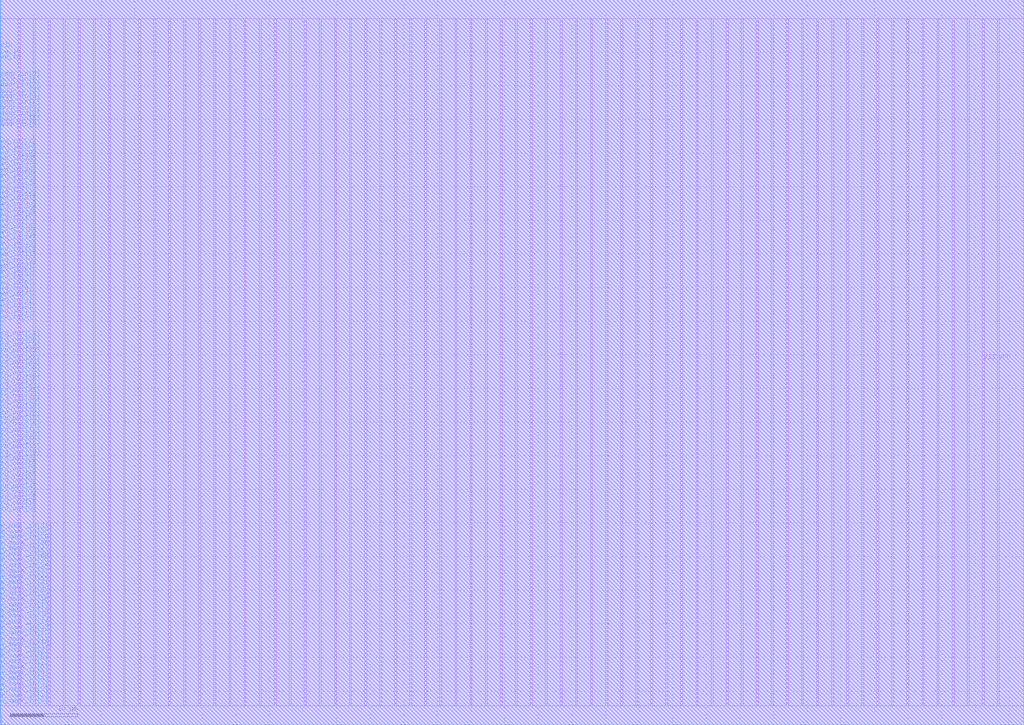
<source format=lef>
VERSION 5.7 ;
BUSBITCHARS "[]" ;
MACRO fakeram45_1024x32_bottom
  FOREIGN fakeram45_1024x32_bottom 0 0 ;
  SYMMETRY X Y R90 ;
  SIZE 0.19 BY 1.4 ;
  CLASS BLOCK ;
  PIN w_mask_in[0]
    DIRECTION INPUT ;
    USE SIGNAL ;
    SHAPE ABUTMENT ;
    PORT
      LAYER metal3 ;
      RECT 0.000 2.800 0.070 2.870 ;
    END
  END w_mask_in[0]
  PIN w_mask_in[1]
    DIRECTION INPUT ;
    USE SIGNAL ;
    SHAPE ABUTMENT ;
    PORT
      LAYER metal3 ;
      RECT 0.000 3.640 0.070 3.710 ;
    END
  END w_mask_in[1]
  PIN w_mask_in[2]
    DIRECTION INPUT ;
    USE SIGNAL ;
    SHAPE ABUTMENT ;
    PORT
      LAYER metal3 ;
      RECT 0.000 4.480 0.070 4.550 ;
    END
  END w_mask_in[2]
  PIN w_mask_in[3]
    DIRECTION INPUT ;
    USE SIGNAL ;
    SHAPE ABUTMENT ;
    PORT
      LAYER metal3 ;
      RECT 0.000 5.320 0.070 5.390 ;
    END
  END w_mask_in[3]
  PIN w_mask_in[4]
    DIRECTION INPUT ;
    USE SIGNAL ;
    SHAPE ABUTMENT ;
    PORT
      LAYER metal3 ;
      RECT 0.000 6.160 0.070 6.230 ;
    END
  END w_mask_in[4]
  PIN w_mask_in[5]
    DIRECTION INPUT ;
    USE SIGNAL ;
    SHAPE ABUTMENT ;
    PORT
      LAYER metal3 ;
      RECT 0.000 7.000 0.070 7.070 ;
    END
  END w_mask_in[5]
  PIN w_mask_in[6]
    DIRECTION INPUT ;
    USE SIGNAL ;
    SHAPE ABUTMENT ;
    PORT
      LAYER metal3 ;
      RECT 0.000 7.840 0.070 7.910 ;
    END
  END w_mask_in[6]
  PIN w_mask_in[7]
    DIRECTION INPUT ;
    USE SIGNAL ;
    SHAPE ABUTMENT ;
    PORT
      LAYER metal3 ;
      RECT 0.000 8.680 0.070 8.750 ;
    END
  END w_mask_in[7]
  PIN w_mask_in[8]
    DIRECTION INPUT ;
    USE SIGNAL ;
    SHAPE ABUTMENT ;
    PORT
      LAYER metal3 ;
      RECT 0.000 9.520 0.070 9.590 ;
    END
  END w_mask_in[8]
  PIN w_mask_in[9]
    DIRECTION INPUT ;
    USE SIGNAL ;
    SHAPE ABUTMENT ;
    PORT
      LAYER metal3 ;
      RECT 0.000 10.360 0.070 10.430 ;
    END
  END w_mask_in[9]
  PIN w_mask_in[10]
    DIRECTION INPUT ;
    USE SIGNAL ;
    SHAPE ABUTMENT ;
    PORT
      LAYER metal3 ;
      RECT 0.000 11.200 0.070 11.270 ;
    END
  END w_mask_in[10]
  PIN w_mask_in[11]
    DIRECTION INPUT ;
    USE SIGNAL ;
    SHAPE ABUTMENT ;
    PORT
      LAYER metal3 ;
      RECT 0.000 12.040 0.070 12.110 ;
    END
  END w_mask_in[11]
  PIN w_mask_in[12]
    DIRECTION INPUT ;
    USE SIGNAL ;
    SHAPE ABUTMENT ;
    PORT
      LAYER metal3 ;
      RECT 0.000 12.880 0.070 12.950 ;
    END
  END w_mask_in[12]
  PIN w_mask_in[13]
    DIRECTION INPUT ;
    USE SIGNAL ;
    SHAPE ABUTMENT ;
    PORT
      LAYER metal3 ;
      RECT 0.000 13.720 0.070 13.790 ;
    END
  END w_mask_in[13]
  PIN w_mask_in[14]
    DIRECTION INPUT ;
    USE SIGNAL ;
    SHAPE ABUTMENT ;
    PORT
      LAYER metal3 ;
      RECT 0.000 14.560 0.070 14.630 ;
    END
  END w_mask_in[14]
  PIN w_mask_in[15]
    DIRECTION INPUT ;
    USE SIGNAL ;
    SHAPE ABUTMENT ;
    PORT
      LAYER metal3 ;
      RECT 0.000 15.400 0.070 15.470 ;
    END
  END w_mask_in[15]
  PIN w_mask_in[16]
    DIRECTION INPUT ;
    USE SIGNAL ;
    SHAPE ABUTMENT ;
    PORT
      LAYER metal3 ;
      RECT 0.000 16.240 0.070 16.310 ;
    END
  END w_mask_in[16]
  PIN w_mask_in[17]
    DIRECTION INPUT ;
    USE SIGNAL ;
    SHAPE ABUTMENT ;
    PORT
      LAYER metal3 ;
      RECT 0.000 17.080 0.070 17.150 ;
    END
  END w_mask_in[17]
  PIN w_mask_in[18]
    DIRECTION INPUT ;
    USE SIGNAL ;
    SHAPE ABUTMENT ;
    PORT
      LAYER metal3 ;
      RECT 0.000 17.920 0.070 17.990 ;
    END
  END w_mask_in[18]
  PIN w_mask_in[19]
    DIRECTION INPUT ;
    USE SIGNAL ;
    SHAPE ABUTMENT ;
    PORT
      LAYER metal3 ;
      RECT 0.000 18.760 0.070 18.830 ;
    END
  END w_mask_in[19]
  PIN w_mask_in[20]
    DIRECTION INPUT ;
    USE SIGNAL ;
    SHAPE ABUTMENT ;
    PORT
      LAYER metal3 ;
      RECT 0.000 19.600 0.070 19.670 ;
    END
  END w_mask_in[20]
  PIN w_mask_in[21]
    DIRECTION INPUT ;
    USE SIGNAL ;
    SHAPE ABUTMENT ;
    PORT
      LAYER metal3 ;
      RECT 0.000 20.440 0.070 20.510 ;
    END
  END w_mask_in[21]
  PIN w_mask_in[22]
    DIRECTION INPUT ;
    USE SIGNAL ;
    SHAPE ABUTMENT ;
    PORT
      LAYER metal3 ;
      RECT 0.000 21.280 0.070 21.350 ;
    END
  END w_mask_in[22]
  PIN w_mask_in[23]
    DIRECTION INPUT ;
    USE SIGNAL ;
    SHAPE ABUTMENT ;
    PORT
      LAYER metal3 ;
      RECT 0.000 22.120 0.070 22.190 ;
    END
  END w_mask_in[23]
  PIN w_mask_in[24]
    DIRECTION INPUT ;
    USE SIGNAL ;
    SHAPE ABUTMENT ;
    PORT
      LAYER metal3 ;
      RECT 0.000 22.960 0.070 23.030 ;
    END
  END w_mask_in[24]
  PIN w_mask_in[25]
    DIRECTION INPUT ;
    USE SIGNAL ;
    SHAPE ABUTMENT ;
    PORT
      LAYER metal3 ;
      RECT 0.000 23.800 0.070 23.870 ;
    END
  END w_mask_in[25]
  PIN w_mask_in[26]
    DIRECTION INPUT ;
    USE SIGNAL ;
    SHAPE ABUTMENT ;
    PORT
      LAYER metal3 ;
      RECT 0.000 24.640 0.070 24.710 ;
    END
  END w_mask_in[26]
  PIN w_mask_in[27]
    DIRECTION INPUT ;
    USE SIGNAL ;
    SHAPE ABUTMENT ;
    PORT
      LAYER metal3 ;
      RECT 0.000 25.480 0.070 25.550 ;
    END
  END w_mask_in[27]
  PIN w_mask_in[28]
    DIRECTION INPUT ;
    USE SIGNAL ;
    SHAPE ABUTMENT ;
    PORT
      LAYER metal3 ;
      RECT 0.000 26.320 0.070 26.390 ;
    END
  END w_mask_in[28]
  PIN w_mask_in[29]
    DIRECTION INPUT ;
    USE SIGNAL ;
    SHAPE ABUTMENT ;
    PORT
      LAYER metal3 ;
      RECT 0.000 27.160 0.070 27.230 ;
    END
  END w_mask_in[29]
  PIN w_mask_in[30]
    DIRECTION INPUT ;
    USE SIGNAL ;
    SHAPE ABUTMENT ;
    PORT
      LAYER metal3 ;
      RECT 0.000 28.000 0.070 28.070 ;
    END
  END w_mask_in[30]
  PIN w_mask_in[31]
    DIRECTION INPUT ;
    USE SIGNAL ;
    SHAPE ABUTMENT ;
    PORT
      LAYER metal3 ;
      RECT 0.000 28.840 0.070 28.910 ;
    END
  END w_mask_in[31]
  PIN rd_out[0]
    DIRECTION OUTPUT ;
    USE SIGNAL ;
    SHAPE ABUTMENT ;
    PORT
      LAYER metal3 ;
      RECT 0.000 31.360 0.070 31.430 ;
    END
  END rd_out[0]
  PIN rd_out[1]
    DIRECTION OUTPUT ;
    USE SIGNAL ;
    SHAPE ABUTMENT ;
    PORT
      LAYER metal3 ;
      RECT 0.000 32.200 0.070 32.270 ;
    END
  END rd_out[1]
  PIN rd_out[2]
    DIRECTION OUTPUT ;
    USE SIGNAL ;
    SHAPE ABUTMENT ;
    PORT
      LAYER metal3 ;
      RECT 0.000 33.040 0.070 33.110 ;
    END
  END rd_out[2]
  PIN rd_out[3]
    DIRECTION OUTPUT ;
    USE SIGNAL ;
    SHAPE ABUTMENT ;
    PORT
      LAYER metal3 ;
      RECT 0.000 33.880 0.070 33.950 ;
    END
  END rd_out[3]
  PIN rd_out[4]
    DIRECTION OUTPUT ;
    USE SIGNAL ;
    SHAPE ABUTMENT ;
    PORT
      LAYER metal3 ;
      RECT 0.000 34.720 0.070 34.790 ;
    END
  END rd_out[4]
  PIN rd_out[5]
    DIRECTION OUTPUT ;
    USE SIGNAL ;
    SHAPE ABUTMENT ;
    PORT
      LAYER metal3 ;
      RECT 0.000 35.560 0.070 35.630 ;
    END
  END rd_out[5]
  PIN rd_out[6]
    DIRECTION OUTPUT ;
    USE SIGNAL ;
    SHAPE ABUTMENT ;
    PORT
      LAYER metal3 ;
      RECT 0.000 36.400 0.070 36.470 ;
    END
  END rd_out[6]
  PIN rd_out[7]
    DIRECTION OUTPUT ;
    USE SIGNAL ;
    SHAPE ABUTMENT ;
    PORT
      LAYER metal3 ;
      RECT 0.000 37.240 0.070 37.310 ;
    END
  END rd_out[7]
  PIN rd_out[8]
    DIRECTION OUTPUT ;
    USE SIGNAL ;
    SHAPE ABUTMENT ;
    PORT
      LAYER metal3 ;
      RECT 0.000 38.080 0.070 38.150 ;
    END
  END rd_out[8]
  PIN rd_out[9]
    DIRECTION OUTPUT ;
    USE SIGNAL ;
    SHAPE ABUTMENT ;
    PORT
      LAYER metal3 ;
      RECT 0.000 38.920 0.070 38.990 ;
    END
  END rd_out[9]
  PIN rd_out[10]
    DIRECTION OUTPUT ;
    USE SIGNAL ;
    SHAPE ABUTMENT ;
    PORT
      LAYER metal3 ;
      RECT 0.000 39.760 0.070 39.830 ;
    END
  END rd_out[10]
  PIN rd_out[11]
    DIRECTION OUTPUT ;
    USE SIGNAL ;
    SHAPE ABUTMENT ;
    PORT
      LAYER metal3 ;
      RECT 0.000 40.600 0.070 40.670 ;
    END
  END rd_out[11]
  PIN rd_out[12]
    DIRECTION OUTPUT ;
    USE SIGNAL ;
    SHAPE ABUTMENT ;
    PORT
      LAYER metal3 ;
      RECT 0.000 41.440 0.070 41.510 ;
    END
  END rd_out[12]
  PIN rd_out[13]
    DIRECTION OUTPUT ;
    USE SIGNAL ;
    SHAPE ABUTMENT ;
    PORT
      LAYER metal3 ;
      RECT 0.000 42.280 0.070 42.350 ;
    END
  END rd_out[13]
  PIN rd_out[14]
    DIRECTION OUTPUT ;
    USE SIGNAL ;
    SHAPE ABUTMENT ;
    PORT
      LAYER metal3 ;
      RECT 0.000 43.120 0.070 43.190 ;
    END
  END rd_out[14]
  PIN rd_out[15]
    DIRECTION OUTPUT ;
    USE SIGNAL ;
    SHAPE ABUTMENT ;
    PORT
      LAYER metal3 ;
      RECT 0.000 43.960 0.070 44.030 ;
    END
  END rd_out[15]
  PIN rd_out[16]
    DIRECTION OUTPUT ;
    USE SIGNAL ;
    SHAPE ABUTMENT ;
    PORT
      LAYER metal3 ;
      RECT 0.000 44.800 0.070 44.870 ;
    END
  END rd_out[16]
  PIN rd_out[17]
    DIRECTION OUTPUT ;
    USE SIGNAL ;
    SHAPE ABUTMENT ;
    PORT
      LAYER metal3 ;
      RECT 0.000 45.640 0.070 45.710 ;
    END
  END rd_out[17]
  PIN rd_out[18]
    DIRECTION OUTPUT ;
    USE SIGNAL ;
    SHAPE ABUTMENT ;
    PORT
      LAYER metal3 ;
      RECT 0.000 46.480 0.070 46.550 ;
    END
  END rd_out[18]
  PIN rd_out[19]
    DIRECTION OUTPUT ;
    USE SIGNAL ;
    SHAPE ABUTMENT ;
    PORT
      LAYER metal3 ;
      RECT 0.000 47.320 0.070 47.390 ;
    END
  END rd_out[19]
  PIN rd_out[20]
    DIRECTION OUTPUT ;
    USE SIGNAL ;
    SHAPE ABUTMENT ;
    PORT
      LAYER metal3 ;
      RECT 0.000 48.160 0.070 48.230 ;
    END
  END rd_out[20]
  PIN rd_out[21]
    DIRECTION OUTPUT ;
    USE SIGNAL ;
    SHAPE ABUTMENT ;
    PORT
      LAYER metal3 ;
      RECT 0.000 49.000 0.070 49.070 ;
    END
  END rd_out[21]
  PIN rd_out[22]
    DIRECTION OUTPUT ;
    USE SIGNAL ;
    SHAPE ABUTMENT ;
    PORT
      LAYER metal3 ;
      RECT 0.000 49.840 0.070 49.910 ;
    END
  END rd_out[22]
  PIN rd_out[23]
    DIRECTION OUTPUT ;
    USE SIGNAL ;
    SHAPE ABUTMENT ;
    PORT
      LAYER metal3 ;
      RECT 0.000 50.680 0.070 50.750 ;
    END
  END rd_out[23]
  PIN rd_out[24]
    DIRECTION OUTPUT ;
    USE SIGNAL ;
    SHAPE ABUTMENT ;
    PORT
      LAYER metal3 ;
      RECT 0.000 51.520 0.070 51.590 ;
    END
  END rd_out[24]
  PIN rd_out[25]
    DIRECTION OUTPUT ;
    USE SIGNAL ;
    SHAPE ABUTMENT ;
    PORT
      LAYER metal3 ;
      RECT 0.000 52.360 0.070 52.430 ;
    END
  END rd_out[25]
  PIN rd_out[26]
    DIRECTION OUTPUT ;
    USE SIGNAL ;
    SHAPE ABUTMENT ;
    PORT
      LAYER metal3 ;
      RECT 0.000 53.200 0.070 53.270 ;
    END
  END rd_out[26]
  PIN rd_out[27]
    DIRECTION OUTPUT ;
    USE SIGNAL ;
    SHAPE ABUTMENT ;
    PORT
      LAYER metal3 ;
      RECT 0.000 54.040 0.070 54.110 ;
    END
  END rd_out[27]
  PIN rd_out[28]
    DIRECTION OUTPUT ;
    USE SIGNAL ;
    SHAPE ABUTMENT ;
    PORT
      LAYER metal3 ;
      RECT 0.000 54.880 0.070 54.950 ;
    END
  END rd_out[28]
  PIN rd_out[29]
    DIRECTION OUTPUT ;
    USE SIGNAL ;
    SHAPE ABUTMENT ;
    PORT
      LAYER metal3 ;
      RECT 0.000 55.720 0.070 55.790 ;
    END
  END rd_out[29]
  PIN rd_out[30]
    DIRECTION OUTPUT ;
    USE SIGNAL ;
    SHAPE ABUTMENT ;
    PORT
      LAYER metal3 ;
      RECT 0.000 56.560 0.070 56.630 ;
    END
  END rd_out[30]
  PIN rd_out[31]
    DIRECTION OUTPUT ;
    USE SIGNAL ;
    SHAPE ABUTMENT ;
    PORT
      LAYER metal3 ;
      RECT 0.000 57.400 0.070 57.470 ;
    END
  END rd_out[31]
  PIN wd_in[0]
    DIRECTION INPUT ;
    USE SIGNAL ;
    SHAPE ABUTMENT ;
    PORT
      LAYER metal3 ;
      RECT 0.000 59.920 0.070 59.990 ;
    END
  END wd_in[0]
  PIN wd_in[1]
    DIRECTION INPUT ;
    USE SIGNAL ;
    SHAPE ABUTMENT ;
    PORT
      LAYER metal3 ;
      RECT 0.000 60.760 0.070 60.830 ;
    END
  END wd_in[1]
  PIN wd_in[2]
    DIRECTION INPUT ;
    USE SIGNAL ;
    SHAPE ABUTMENT ;
    PORT
      LAYER metal3 ;
      RECT 0.000 61.600 0.070 61.670 ;
    END
  END wd_in[2]
  PIN wd_in[3]
    DIRECTION INPUT ;
    USE SIGNAL ;
    SHAPE ABUTMENT ;
    PORT
      LAYER metal3 ;
      RECT 0.000 62.440 0.070 62.510 ;
    END
  END wd_in[3]
  PIN wd_in[4]
    DIRECTION INPUT ;
    USE SIGNAL ;
    SHAPE ABUTMENT ;
    PORT
      LAYER metal3 ;
      RECT 0.000 63.280 0.070 63.350 ;
    END
  END wd_in[4]
  PIN wd_in[5]
    DIRECTION INPUT ;
    USE SIGNAL ;
    SHAPE ABUTMENT ;
    PORT
      LAYER metal3 ;
      RECT 0.000 64.120 0.070 64.190 ;
    END
  END wd_in[5]
  PIN wd_in[6]
    DIRECTION INPUT ;
    USE SIGNAL ;
    SHAPE ABUTMENT ;
    PORT
      LAYER metal3 ;
      RECT 0.000 64.960 0.070 65.030 ;
    END
  END wd_in[6]
  PIN wd_in[7]
    DIRECTION INPUT ;
    USE SIGNAL ;
    SHAPE ABUTMENT ;
    PORT
      LAYER metal3 ;
      RECT 0.000 65.800 0.070 65.870 ;
    END
  END wd_in[7]
  PIN wd_in[8]
    DIRECTION INPUT ;
    USE SIGNAL ;
    SHAPE ABUTMENT ;
    PORT
      LAYER metal3 ;
      RECT 0.000 66.640 0.070 66.710 ;
    END
  END wd_in[8]
  PIN wd_in[9]
    DIRECTION INPUT ;
    USE SIGNAL ;
    SHAPE ABUTMENT ;
    PORT
      LAYER metal3 ;
      RECT 0.000 67.480 0.070 67.550 ;
    END
  END wd_in[9]
  PIN wd_in[10]
    DIRECTION INPUT ;
    USE SIGNAL ;
    SHAPE ABUTMENT ;
    PORT
      LAYER metal3 ;
      RECT 0.000 68.320 0.070 68.390 ;
    END
  END wd_in[10]
  PIN wd_in[11]
    DIRECTION INPUT ;
    USE SIGNAL ;
    SHAPE ABUTMENT ;
    PORT
      LAYER metal3 ;
      RECT 0.000 69.160 0.070 69.230 ;
    END
  END wd_in[11]
  PIN wd_in[12]
    DIRECTION INPUT ;
    USE SIGNAL ;
    SHAPE ABUTMENT ;
    PORT
      LAYER metal3 ;
      RECT 0.000 70.000 0.070 70.070 ;
    END
  END wd_in[12]
  PIN wd_in[13]
    DIRECTION INPUT ;
    USE SIGNAL ;
    SHAPE ABUTMENT ;
    PORT
      LAYER metal3 ;
      RECT 0.000 70.840 0.070 70.910 ;
    END
  END wd_in[13]
  PIN wd_in[14]
    DIRECTION INPUT ;
    USE SIGNAL ;
    SHAPE ABUTMENT ;
    PORT
      LAYER metal3 ;
      RECT 0.000 71.680 0.070 71.750 ;
    END
  END wd_in[14]
  PIN wd_in[15]
    DIRECTION INPUT ;
    USE SIGNAL ;
    SHAPE ABUTMENT ;
    PORT
      LAYER metal3 ;
      RECT 0.000 72.520 0.070 72.590 ;
    END
  END wd_in[15]
  PIN wd_in[16]
    DIRECTION INPUT ;
    USE SIGNAL ;
    SHAPE ABUTMENT ;
    PORT
      LAYER metal3 ;
      RECT 0.000 73.360 0.070 73.430 ;
    END
  END wd_in[16]
  PIN wd_in[17]
    DIRECTION INPUT ;
    USE SIGNAL ;
    SHAPE ABUTMENT ;
    PORT
      LAYER metal3 ;
      RECT 0.000 74.200 0.070 74.270 ;
    END
  END wd_in[17]
  PIN wd_in[18]
    DIRECTION INPUT ;
    USE SIGNAL ;
    SHAPE ABUTMENT ;
    PORT
      LAYER metal3 ;
      RECT 0.000 75.040 0.070 75.110 ;
    END
  END wd_in[18]
  PIN wd_in[19]
    DIRECTION INPUT ;
    USE SIGNAL ;
    SHAPE ABUTMENT ;
    PORT
      LAYER metal3 ;
      RECT 0.000 75.880 0.070 75.950 ;
    END
  END wd_in[19]
  PIN wd_in[20]
    DIRECTION INPUT ;
    USE SIGNAL ;
    SHAPE ABUTMENT ;
    PORT
      LAYER metal3 ;
      RECT 0.000 76.720 0.070 76.790 ;
    END
  END wd_in[20]
  PIN wd_in[21]
    DIRECTION INPUT ;
    USE SIGNAL ;
    SHAPE ABUTMENT ;
    PORT
      LAYER metal3 ;
      RECT 0.000 77.560 0.070 77.630 ;
    END
  END wd_in[21]
  PIN wd_in[22]
    DIRECTION INPUT ;
    USE SIGNAL ;
    SHAPE ABUTMENT ;
    PORT
      LAYER metal3 ;
      RECT 0.000 78.400 0.070 78.470 ;
    END
  END wd_in[22]
  PIN wd_in[23]
    DIRECTION INPUT ;
    USE SIGNAL ;
    SHAPE ABUTMENT ;
    PORT
      LAYER metal3 ;
      RECT 0.000 79.240 0.070 79.310 ;
    END
  END wd_in[23]
  PIN wd_in[24]
    DIRECTION INPUT ;
    USE SIGNAL ;
    SHAPE ABUTMENT ;
    PORT
      LAYER metal3 ;
      RECT 0.000 80.080 0.070 80.150 ;
    END
  END wd_in[24]
  PIN wd_in[25]
    DIRECTION INPUT ;
    USE SIGNAL ;
    SHAPE ABUTMENT ;
    PORT
      LAYER metal3 ;
      RECT 0.000 80.920 0.070 80.990 ;
    END
  END wd_in[25]
  PIN wd_in[26]
    DIRECTION INPUT ;
    USE SIGNAL ;
    SHAPE ABUTMENT ;
    PORT
      LAYER metal3 ;
      RECT 0.000 81.760 0.070 81.830 ;
    END
  END wd_in[26]
  PIN wd_in[27]
    DIRECTION INPUT ;
    USE SIGNAL ;
    SHAPE ABUTMENT ;
    PORT
      LAYER metal3 ;
      RECT 0.000 82.600 0.070 82.670 ;
    END
  END wd_in[27]
  PIN wd_in[28]
    DIRECTION INPUT ;
    USE SIGNAL ;
    SHAPE ABUTMENT ;
    PORT
      LAYER metal3 ;
      RECT 0.000 83.440 0.070 83.510 ;
    END
  END wd_in[28]
  PIN wd_in[29]
    DIRECTION INPUT ;
    USE SIGNAL ;
    SHAPE ABUTMENT ;
    PORT
      LAYER metal3 ;
      RECT 0.000 84.280 0.070 84.350 ;
    END
  END wd_in[29]
  PIN wd_in[30]
    DIRECTION INPUT ;
    USE SIGNAL ;
    SHAPE ABUTMENT ;
    PORT
      LAYER metal3 ;
      RECT 0.000 85.120 0.070 85.190 ;
    END
  END wd_in[30]
  PIN wd_in[31]
    DIRECTION INPUT ;
    USE SIGNAL ;
    SHAPE ABUTMENT ;
    PORT
      LAYER metal3 ;
      RECT 0.000 85.960 0.070 86.030 ;
    END
  END wd_in[31]
  PIN addr_in[0]
    DIRECTION INPUT ;
    USE SIGNAL ;
    SHAPE ABUTMENT ;
    PORT
      LAYER metal3 ;
      RECT 0.000 88.480 0.070 88.550 ;
    END
  END addr_in[0]
  PIN addr_in[1]
    DIRECTION INPUT ;
    USE SIGNAL ;
    SHAPE ABUTMENT ;
    PORT
      LAYER metal3 ;
      RECT 0.000 89.320 0.070 89.390 ;
    END
  END addr_in[1]
  PIN addr_in[2]
    DIRECTION INPUT ;
    USE SIGNAL ;
    SHAPE ABUTMENT ;
    PORT
      LAYER metal3 ;
      RECT 0.000 90.160 0.070 90.230 ;
    END
  END addr_in[2]
  PIN addr_in[3]
    DIRECTION INPUT ;
    USE SIGNAL ;
    SHAPE ABUTMENT ;
    PORT
      LAYER metal3 ;
      RECT 0.000 91.000 0.070 91.070 ;
    END
  END addr_in[3]
  PIN addr_in[4]
    DIRECTION INPUT ;
    USE SIGNAL ;
    SHAPE ABUTMENT ;
    PORT
      LAYER metal3 ;
      RECT 0.000 91.840 0.070 91.910 ;
    END
  END addr_in[4]
  PIN addr_in[5]
    DIRECTION INPUT ;
    USE SIGNAL ;
    SHAPE ABUTMENT ;
    PORT
      LAYER metal3 ;
      RECT 0.000 92.680 0.070 92.750 ;
    END
  END addr_in[5]
  PIN addr_in[6]
    DIRECTION INPUT ;
    USE SIGNAL ;
    SHAPE ABUTMENT ;
    PORT
      LAYER metal3 ;
      RECT 0.000 93.520 0.070 93.590 ;
    END
  END addr_in[6]
  PIN addr_in[7]
    DIRECTION INPUT ;
    USE SIGNAL ;
    SHAPE ABUTMENT ;
    PORT
      LAYER metal3 ;
      RECT 0.000 94.360 0.070 94.430 ;
    END
  END addr_in[7]
  PIN addr_in[8]
    DIRECTION INPUT ;
    USE SIGNAL ;
    SHAPE ABUTMENT ;
    PORT
      LAYER metal3 ;
      RECT 0.000 95.200 0.070 95.270 ;
    END
  END addr_in[8]
  PIN addr_in[9]
    DIRECTION INPUT ;
    USE SIGNAL ;
    SHAPE ABUTMENT ;
    PORT
      LAYER metal3 ;
      RECT 0.000 96.040 0.070 96.110 ;
    END
  END addr_in[9]
  PIN we_in
    DIRECTION INPUT ;
    USE SIGNAL ;
    SHAPE ABUTMENT ;
    PORT
      LAYER metal3 ;
      RECT 0.000 98.560 0.070 98.630 ;
    END
  END we_in
  PIN ce_in
    DIRECTION INPUT ;
    USE SIGNAL ;
    SHAPE ABUTMENT ;
    PORT
      LAYER metal3 ;
      RECT 0.000 99.400 0.070 99.470 ;
    END
  END ce_in
  PIN clk
    DIRECTION INPUT ;
    USE SIGNAL ;
    SHAPE ABUTMENT ;
    PORT
      LAYER metal3 ;
      RECT 0.000 100.240 0.070 100.310 ;
    END
  END clk
  PIN VSS
    DIRECTION INOUT ;
    USE GROUND ;
    PORT
      LAYER metal17 ;
      RECT 2.660 2.800 2.940 105.000 ;
      RECT 7.140 2.800 7.420 105.000 ;
      RECT 11.620 2.800 11.900 105.000 ;
      RECT 16.100 2.800 16.380 105.000 ;
      RECT 20.580 2.800 20.860 105.000 ;
      RECT 25.060 2.800 25.340 105.000 ;
      RECT 29.540 2.800 29.820 105.000 ;
      RECT 34.020 2.800 34.300 105.000 ;
      RECT 38.500 2.800 38.780 105.000 ;
      RECT 42.980 2.800 43.260 105.000 ;
      RECT 47.460 2.800 47.740 105.000 ;
      RECT 51.940 2.800 52.220 105.000 ;
      RECT 56.420 2.800 56.700 105.000 ;
      RECT 60.900 2.800 61.180 105.000 ;
      RECT 65.380 2.800 65.660 105.000 ;
      RECT 69.860 2.800 70.140 105.000 ;
      RECT 74.340 2.800 74.620 105.000 ;
      RECT 78.820 2.800 79.100 105.000 ;
      RECT 83.300 2.800 83.580 105.000 ;
      RECT 87.780 2.800 88.060 105.000 ;
      RECT 92.260 2.800 92.540 105.000 ;
      RECT 96.740 2.800 97.020 105.000 ;
      RECT 101.220 2.800 101.500 105.000 ;
      RECT 105.700 2.800 105.980 105.000 ;
      RECT 110.180 2.800 110.460 105.000 ;
      RECT 114.660 2.800 114.940 105.000 ;
      RECT 119.140 2.800 119.420 105.000 ;
      RECT 123.620 2.800 123.900 105.000 ;
      RECT 128.100 2.800 128.380 105.000 ;
      RECT 132.580 2.800 132.860 105.000 ;
      RECT 137.060 2.800 137.340 105.000 ;
      RECT 141.540 2.800 141.820 105.000 ;
      RECT 146.020 2.800 146.300 105.000 ;
    END
  END VSS
  PIN VDD
    DIRECTION INOUT ;
    USE POWER ;
    PORT
      LAYER metal17 ;
      RECT 4.900 2.800 5.180 105.000 ;
      RECT 9.380 2.800 9.660 105.000 ;
      RECT 13.860 2.800 14.140 105.000 ;
      RECT 18.340 2.800 18.620 105.000 ;
      RECT 22.820 2.800 23.100 105.000 ;
      RECT 27.300 2.800 27.580 105.000 ;
      RECT 31.780 2.800 32.060 105.000 ;
      RECT 36.260 2.800 36.540 105.000 ;
      RECT 40.740 2.800 41.020 105.000 ;
      RECT 45.220 2.800 45.500 105.000 ;
      RECT 49.700 2.800 49.980 105.000 ;
      RECT 54.180 2.800 54.460 105.000 ;
      RECT 58.660 2.800 58.940 105.000 ;
      RECT 63.140 2.800 63.420 105.000 ;
      RECT 67.620 2.800 67.900 105.000 ;
      RECT 72.100 2.800 72.380 105.000 ;
      RECT 76.580 2.800 76.860 105.000 ;
      RECT 81.060 2.800 81.340 105.000 ;
      RECT 85.540 2.800 85.820 105.000 ;
      RECT 90.020 2.800 90.300 105.000 ;
      RECT 94.500 2.800 94.780 105.000 ;
      RECT 98.980 2.800 99.260 105.000 ;
      RECT 103.460 2.800 103.740 105.000 ;
      RECT 107.940 2.800 108.220 105.000 ;
      RECT 112.420 2.800 112.700 105.000 ;
      RECT 116.900 2.800 117.180 105.000 ;
      RECT 121.380 2.800 121.660 105.000 ;
      RECT 125.860 2.800 126.140 105.000 ;
      RECT 130.340 2.800 130.620 105.000 ;
      RECT 134.820 2.800 135.100 105.000 ;
      RECT 139.300 2.800 139.580 105.000 ;
      RECT 143.780 2.800 144.060 105.000 ;
      RECT 148.260 2.800 148.540 105.000 ;
    END
  END VDD
  OBS
    LAYER metal20 ;
    RECT 0 0 152.190 107.800 ;
    LAYER metal19 ;
    RECT 0 0 152.190 107.800 ;
    LAYER metal3 ;
    RECT 0.070 0 152.190 107.800 ;
    RECT 0 0.000 0.070 2.800 ;
    RECT 0 2.870 0.070 3.640 ;
    RECT 0 3.710 0.070 4.480 ;
    RECT 0 4.550 0.070 5.320 ;
    RECT 0 5.390 0.070 6.160 ;
    RECT 0 6.230 0.070 7.000 ;
    RECT 0 7.070 0.070 7.840 ;
    RECT 0 7.910 0.070 8.680 ;
    RECT 0 8.750 0.070 9.520 ;
    RECT 0 9.590 0.070 10.360 ;
    RECT 0 10.430 0.070 11.200 ;
    RECT 0 11.270 0.070 12.040 ;
    RECT 0 12.110 0.070 12.880 ;
    RECT 0 12.950 0.070 13.720 ;
    RECT 0 13.790 0.070 14.560 ;
    RECT 0 14.630 0.070 15.400 ;
    RECT 0 15.470 0.070 16.240 ;
    RECT 0 16.310 0.070 17.080 ;
    RECT 0 17.150 0.070 17.920 ;
    RECT 0 17.990 0.070 18.760 ;
    RECT 0 18.830 0.070 19.600 ;
    RECT 0 19.670 0.070 20.440 ;
    RECT 0 20.510 0.070 21.280 ;
    RECT 0 21.350 0.070 22.120 ;
    RECT 0 22.190 0.070 22.960 ;
    RECT 0 23.030 0.070 23.800 ;
    RECT 0 23.870 0.070 24.640 ;
    RECT 0 24.710 0.070 25.480 ;
    RECT 0 25.550 0.070 26.320 ;
    RECT 0 26.390 0.070 27.160 ;
    RECT 0 27.230 0.070 28.000 ;
    RECT 0 28.070 0.070 28.840 ;
    RECT 0 28.910 0.070 31.360 ;
    RECT 0 31.430 0.070 32.200 ;
    RECT 0 32.270 0.070 33.040 ;
    RECT 0 33.110 0.070 33.880 ;
    RECT 0 33.950 0.070 34.720 ;
    RECT 0 34.790 0.070 35.560 ;
    RECT 0 35.630 0.070 36.400 ;
    RECT 0 36.470 0.070 37.240 ;
    RECT 0 37.310 0.070 38.080 ;
    RECT 0 38.150 0.070 38.920 ;
    RECT 0 38.990 0.070 39.760 ;
    RECT 0 39.830 0.070 40.600 ;
    RECT 0 40.670 0.070 41.440 ;
    RECT 0 41.510 0.070 42.280 ;
    RECT 0 42.350 0.070 43.120 ;
    RECT 0 43.190 0.070 43.960 ;
    RECT 0 44.030 0.070 44.800 ;
    RECT 0 44.870 0.070 45.640 ;
    RECT 0 45.710 0.070 46.480 ;
    RECT 0 46.550 0.070 47.320 ;
    RECT 0 47.390 0.070 48.160 ;
    RECT 0 48.230 0.070 49.000 ;
    RECT 0 49.070 0.070 49.840 ;
    RECT 0 49.910 0.070 50.680 ;
    RECT 0 50.750 0.070 51.520 ;
    RECT 0 51.590 0.070 52.360 ;
    RECT 0 52.430 0.070 53.200 ;
    RECT 0 53.270 0.070 54.040 ;
    RECT 0 54.110 0.070 54.880 ;
    RECT 0 54.950 0.070 55.720 ;
    RECT 0 55.790 0.070 56.560 ;
    RECT 0 56.630 0.070 57.400 ;
    RECT 0 57.470 0.070 59.920 ;
    RECT 0 59.990 0.070 60.760 ;
    RECT 0 60.830 0.070 61.600 ;
    RECT 0 61.670 0.070 62.440 ;
    RECT 0 62.510 0.070 63.280 ;
    RECT 0 63.350 0.070 64.120 ;
    RECT 0 64.190 0.070 64.960 ;
    RECT 0 65.030 0.070 65.800 ;
    RECT 0 65.870 0.070 66.640 ;
    RECT 0 66.710 0.070 67.480 ;
    RECT 0 67.550 0.070 68.320 ;
    RECT 0 68.390 0.070 69.160 ;
    RECT 0 69.230 0.070 70.000 ;
    RECT 0 70.070 0.070 70.840 ;
    RECT 0 70.910 0.070 71.680 ;
    RECT 0 71.750 0.070 72.520 ;
    RECT 0 72.590 0.070 73.360 ;
    RECT 0 73.430 0.070 74.200 ;
    RECT 0 74.270 0.070 75.040 ;
    RECT 0 75.110 0.070 75.880 ;
    RECT 0 75.950 0.070 76.720 ;
    RECT 0 76.790 0.070 77.560 ;
    RECT 0 77.630 0.070 78.400 ;
    RECT 0 78.470 0.070 79.240 ;
    RECT 0 79.310 0.070 80.080 ;
    RECT 0 80.150 0.070 80.920 ;
    RECT 0 80.990 0.070 81.760 ;
    RECT 0 81.830 0.070 82.600 ;
    RECT 0 82.670 0.070 83.440 ;
    RECT 0 83.510 0.070 84.280 ;
    RECT 0 84.350 0.070 85.120 ;
    RECT 0 85.190 0.070 85.960 ;
    RECT 0 86.030 0.070 88.480 ;
    RECT 0 88.550 0.070 89.320 ;
    RECT 0 89.390 0.070 90.160 ;
    RECT 0 90.230 0.070 91.000 ;
    RECT 0 91.070 0.070 91.840 ;
    RECT 0 91.910 0.070 92.680 ;
    RECT 0 92.750 0.070 93.520 ;
    RECT 0 93.590 0.070 94.360 ;
    RECT 0 94.430 0.070 95.200 ;
    RECT 0 95.270 0.070 96.040 ;
    RECT 0 96.110 0.070 98.560 ;
    RECT 0 98.630 0.070 99.400 ;
    RECT 0 99.470 0.070 100.240 ;
    RECT 0 100.310 0.070 107.800 ;
    LAYER metal17 ;
    RECT 0 0 152.190 2.800 ;
    RECT 0 105.000 152.190 107.800 ;
    RECT 0.000 2.800 2.660 105.000 ;
    RECT 2.940 2.800 4.900 105.000 ;
    RECT 5.180 2.800 7.140 105.000 ;
    RECT 7.420 2.800 9.380 105.000 ;
    RECT 9.660 2.800 11.620 105.000 ;
    RECT 11.900 2.800 13.860 105.000 ;
    RECT 14.140 2.800 16.100 105.000 ;
    RECT 16.380 2.800 18.340 105.000 ;
    RECT 18.620 2.800 20.580 105.000 ;
    RECT 20.860 2.800 22.820 105.000 ;
    RECT 23.100 2.800 25.060 105.000 ;
    RECT 25.340 2.800 27.300 105.000 ;
    RECT 27.580 2.800 29.540 105.000 ;
    RECT 29.820 2.800 31.780 105.000 ;
    RECT 32.060 2.800 34.020 105.000 ;
    RECT 34.300 2.800 36.260 105.000 ;
    RECT 36.540 2.800 38.500 105.000 ;
    RECT 38.780 2.800 40.740 105.000 ;
    RECT 41.020 2.800 42.980 105.000 ;
    RECT 43.260 2.800 45.220 105.000 ;
    RECT 45.500 2.800 47.460 105.000 ;
    RECT 47.740 2.800 49.700 105.000 ;
    RECT 49.980 2.800 51.940 105.000 ;
    RECT 52.220 2.800 54.180 105.000 ;
    RECT 54.460 2.800 56.420 105.000 ;
    RECT 56.700 2.800 58.660 105.000 ;
    RECT 58.940 2.800 60.900 105.000 ;
    RECT 61.180 2.800 63.140 105.000 ;
    RECT 63.420 2.800 65.380 105.000 ;
    RECT 65.660 2.800 67.620 105.000 ;
    RECT 67.900 2.800 69.860 105.000 ;
    RECT 70.140 2.800 72.100 105.000 ;
    RECT 72.380 2.800 74.340 105.000 ;
    RECT 74.620 2.800 76.580 105.000 ;
    RECT 76.860 2.800 78.820 105.000 ;
    RECT 79.100 2.800 81.060 105.000 ;
    RECT 81.340 2.800 83.300 105.000 ;
    RECT 83.580 2.800 85.540 105.000 ;
    RECT 85.820 2.800 87.780 105.000 ;
    RECT 88.060 2.800 90.020 105.000 ;
    RECT 90.300 2.800 92.260 105.000 ;
    RECT 92.540 2.800 94.500 105.000 ;
    RECT 94.780 2.800 96.740 105.000 ;
    RECT 97.020 2.800 98.980 105.000 ;
    RECT 99.260 2.800 101.220 105.000 ;
    RECT 101.500 2.800 103.460 105.000 ;
    RECT 103.740 2.800 105.700 105.000 ;
    RECT 105.980 2.800 107.940 105.000 ;
    RECT 108.220 2.800 110.180 105.000 ;
    RECT 110.460 2.800 112.420 105.000 ;
    RECT 112.700 2.800 114.660 105.000 ;
    RECT 114.940 2.800 116.900 105.000 ;
    RECT 117.180 2.800 119.140 105.000 ;
    RECT 119.420 2.800 121.380 105.000 ;
    RECT 121.660 2.800 123.620 105.000 ;
    RECT 123.900 2.800 125.860 105.000 ;
    RECT 126.140 2.800 128.100 105.000 ;
    RECT 128.380 2.800 130.340 105.000 ;
    RECT 130.620 2.800 132.580 105.000 ;
    RECT 132.860 2.800 134.820 105.000 ;
    RECT 135.100 2.800 137.060 105.000 ;
    RECT 137.340 2.800 139.300 105.000 ;
    RECT 139.580 2.800 141.540 105.000 ;
    RECT 141.820 2.800 143.780 105.000 ;
    RECT 144.060 2.800 146.020 105.000 ;
    RECT 146.300 2.800 148.260 105.000 ;
    RECT 148.540 2.800 152.190 105.000 ;
  END
END fakeram45_1024x32_bottom

END LIBRARY

</source>
